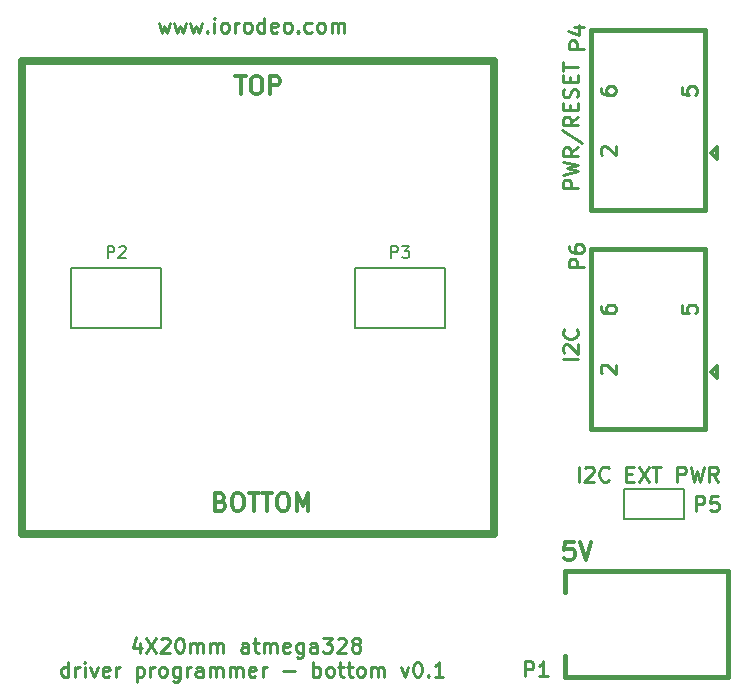
<source format=gto>
G04 (created by PCBNEW (2013-mar-13)-testing) date Tue 12 Nov 2013 05:41:53 PM PST*
%MOIN*%
G04 Gerber Fmt 3.4, Leading zero omitted, Abs format*
%FSLAX34Y34*%
G01*
G70*
G90*
G04 APERTURE LIST*
%ADD10C,0.005906*%
%ADD11C,0.010000*%
%ADD12C,0.011811*%
%ADD13C,0.027559*%
%ADD14C,0.015000*%
%ADD15C,0.008000*%
%ADD16C,0.006000*%
G04 APERTURE END LIST*
G54D10*
G54D11*
X24243Y-18396D02*
X24338Y-18730D01*
X24433Y-18492D01*
X24528Y-18730D01*
X24624Y-18396D01*
X24766Y-18396D02*
X24862Y-18730D01*
X24957Y-18492D01*
X25052Y-18730D01*
X25147Y-18396D01*
X25290Y-18396D02*
X25386Y-18730D01*
X25481Y-18492D01*
X25576Y-18730D01*
X25671Y-18396D01*
X25862Y-18682D02*
X25886Y-18706D01*
X25862Y-18730D01*
X25838Y-18706D01*
X25862Y-18682D01*
X25862Y-18730D01*
X26100Y-18730D02*
X26100Y-18396D01*
X26100Y-18230D02*
X26076Y-18253D01*
X26100Y-18277D01*
X26124Y-18253D01*
X26100Y-18230D01*
X26100Y-18277D01*
X26409Y-18730D02*
X26362Y-18706D01*
X26338Y-18682D01*
X26314Y-18634D01*
X26314Y-18492D01*
X26338Y-18444D01*
X26362Y-18420D01*
X26409Y-18396D01*
X26481Y-18396D01*
X26528Y-18420D01*
X26552Y-18444D01*
X26576Y-18492D01*
X26576Y-18634D01*
X26552Y-18682D01*
X26528Y-18706D01*
X26481Y-18730D01*
X26409Y-18730D01*
X26790Y-18730D02*
X26790Y-18396D01*
X26790Y-18492D02*
X26814Y-18444D01*
X26838Y-18420D01*
X26886Y-18396D01*
X26933Y-18396D01*
X27171Y-18730D02*
X27124Y-18706D01*
X27100Y-18682D01*
X27076Y-18634D01*
X27076Y-18492D01*
X27100Y-18444D01*
X27124Y-18420D01*
X27171Y-18396D01*
X27243Y-18396D01*
X27290Y-18420D01*
X27314Y-18444D01*
X27338Y-18492D01*
X27338Y-18634D01*
X27314Y-18682D01*
X27290Y-18706D01*
X27243Y-18730D01*
X27171Y-18730D01*
X27766Y-18730D02*
X27766Y-18230D01*
X27766Y-18706D02*
X27719Y-18730D01*
X27624Y-18730D01*
X27576Y-18706D01*
X27552Y-18682D01*
X27528Y-18634D01*
X27528Y-18492D01*
X27552Y-18444D01*
X27576Y-18420D01*
X27624Y-18396D01*
X27719Y-18396D01*
X27766Y-18420D01*
X28195Y-18706D02*
X28147Y-18730D01*
X28052Y-18730D01*
X28005Y-18706D01*
X27981Y-18658D01*
X27981Y-18468D01*
X28005Y-18420D01*
X28052Y-18396D01*
X28147Y-18396D01*
X28195Y-18420D01*
X28219Y-18468D01*
X28219Y-18515D01*
X27981Y-18563D01*
X28505Y-18730D02*
X28457Y-18706D01*
X28433Y-18682D01*
X28409Y-18634D01*
X28409Y-18492D01*
X28433Y-18444D01*
X28457Y-18420D01*
X28505Y-18396D01*
X28576Y-18396D01*
X28624Y-18420D01*
X28647Y-18444D01*
X28671Y-18492D01*
X28671Y-18634D01*
X28647Y-18682D01*
X28624Y-18706D01*
X28576Y-18730D01*
X28505Y-18730D01*
X28886Y-18682D02*
X28909Y-18706D01*
X28886Y-18730D01*
X28862Y-18706D01*
X28886Y-18682D01*
X28886Y-18730D01*
X29338Y-18706D02*
X29290Y-18730D01*
X29195Y-18730D01*
X29147Y-18706D01*
X29124Y-18682D01*
X29100Y-18634D01*
X29100Y-18492D01*
X29124Y-18444D01*
X29147Y-18420D01*
X29195Y-18396D01*
X29290Y-18396D01*
X29338Y-18420D01*
X29624Y-18730D02*
X29576Y-18706D01*
X29552Y-18682D01*
X29528Y-18634D01*
X29528Y-18492D01*
X29552Y-18444D01*
X29576Y-18420D01*
X29624Y-18396D01*
X29695Y-18396D01*
X29743Y-18420D01*
X29766Y-18444D01*
X29790Y-18492D01*
X29790Y-18634D01*
X29766Y-18682D01*
X29743Y-18706D01*
X29695Y-18730D01*
X29624Y-18730D01*
X30005Y-18730D02*
X30005Y-18396D01*
X30005Y-18444D02*
X30028Y-18420D01*
X30076Y-18396D01*
X30147Y-18396D01*
X30195Y-18420D01*
X30219Y-18468D01*
X30219Y-18730D01*
X30219Y-18468D02*
X30243Y-18420D01*
X30290Y-18396D01*
X30362Y-18396D01*
X30409Y-18420D01*
X30433Y-18468D01*
X30433Y-18730D01*
X23612Y-39066D02*
X23612Y-39399D01*
X23493Y-38875D02*
X23374Y-39232D01*
X23683Y-39232D01*
X23826Y-38899D02*
X24159Y-39399D01*
X24159Y-38899D02*
X23826Y-39399D01*
X24326Y-38947D02*
X24350Y-38923D01*
X24397Y-38899D01*
X24516Y-38899D01*
X24564Y-38923D01*
X24588Y-38947D01*
X24612Y-38994D01*
X24612Y-39042D01*
X24588Y-39113D01*
X24302Y-39399D01*
X24612Y-39399D01*
X24921Y-38899D02*
X24969Y-38899D01*
X25016Y-38923D01*
X25040Y-38947D01*
X25064Y-38994D01*
X25088Y-39089D01*
X25088Y-39208D01*
X25064Y-39304D01*
X25040Y-39351D01*
X25016Y-39375D01*
X24969Y-39399D01*
X24921Y-39399D01*
X24874Y-39375D01*
X24850Y-39351D01*
X24826Y-39304D01*
X24802Y-39208D01*
X24802Y-39089D01*
X24826Y-38994D01*
X24850Y-38947D01*
X24874Y-38923D01*
X24921Y-38899D01*
X25302Y-39399D02*
X25302Y-39066D01*
X25302Y-39113D02*
X25326Y-39089D01*
X25374Y-39066D01*
X25445Y-39066D01*
X25493Y-39089D01*
X25516Y-39137D01*
X25516Y-39399D01*
X25516Y-39137D02*
X25540Y-39089D01*
X25588Y-39066D01*
X25659Y-39066D01*
X25707Y-39089D01*
X25731Y-39137D01*
X25731Y-39399D01*
X25969Y-39399D02*
X25969Y-39066D01*
X25969Y-39113D02*
X25993Y-39089D01*
X26040Y-39066D01*
X26112Y-39066D01*
X26159Y-39089D01*
X26183Y-39137D01*
X26183Y-39399D01*
X26183Y-39137D02*
X26207Y-39089D01*
X26255Y-39066D01*
X26326Y-39066D01*
X26374Y-39089D01*
X26397Y-39137D01*
X26397Y-39399D01*
X27231Y-39399D02*
X27231Y-39137D01*
X27207Y-39089D01*
X27159Y-39066D01*
X27064Y-39066D01*
X27016Y-39089D01*
X27231Y-39375D02*
X27183Y-39399D01*
X27064Y-39399D01*
X27016Y-39375D01*
X26993Y-39327D01*
X26993Y-39280D01*
X27016Y-39232D01*
X27064Y-39208D01*
X27183Y-39208D01*
X27231Y-39185D01*
X27397Y-39066D02*
X27588Y-39066D01*
X27469Y-38899D02*
X27469Y-39327D01*
X27493Y-39375D01*
X27540Y-39399D01*
X27588Y-39399D01*
X27755Y-39399D02*
X27755Y-39066D01*
X27755Y-39113D02*
X27778Y-39089D01*
X27826Y-39066D01*
X27897Y-39066D01*
X27945Y-39089D01*
X27969Y-39137D01*
X27969Y-39399D01*
X27969Y-39137D02*
X27993Y-39089D01*
X28040Y-39066D01*
X28112Y-39066D01*
X28159Y-39089D01*
X28183Y-39137D01*
X28183Y-39399D01*
X28612Y-39375D02*
X28564Y-39399D01*
X28469Y-39399D01*
X28421Y-39375D01*
X28397Y-39327D01*
X28397Y-39137D01*
X28421Y-39089D01*
X28469Y-39066D01*
X28564Y-39066D01*
X28612Y-39089D01*
X28636Y-39137D01*
X28636Y-39185D01*
X28397Y-39232D01*
X29064Y-39066D02*
X29064Y-39470D01*
X29040Y-39518D01*
X29016Y-39542D01*
X28969Y-39566D01*
X28897Y-39566D01*
X28850Y-39542D01*
X29064Y-39375D02*
X29016Y-39399D01*
X28921Y-39399D01*
X28874Y-39375D01*
X28850Y-39351D01*
X28826Y-39304D01*
X28826Y-39161D01*
X28850Y-39113D01*
X28874Y-39089D01*
X28921Y-39066D01*
X29016Y-39066D01*
X29064Y-39089D01*
X29516Y-39399D02*
X29516Y-39137D01*
X29493Y-39089D01*
X29445Y-39066D01*
X29350Y-39066D01*
X29302Y-39089D01*
X29516Y-39375D02*
X29469Y-39399D01*
X29350Y-39399D01*
X29302Y-39375D01*
X29278Y-39327D01*
X29278Y-39280D01*
X29302Y-39232D01*
X29350Y-39208D01*
X29469Y-39208D01*
X29516Y-39185D01*
X29707Y-38899D02*
X30016Y-38899D01*
X29850Y-39089D01*
X29921Y-39089D01*
X29969Y-39113D01*
X29993Y-39137D01*
X30016Y-39185D01*
X30016Y-39304D01*
X29993Y-39351D01*
X29969Y-39375D01*
X29921Y-39399D01*
X29778Y-39399D01*
X29731Y-39375D01*
X29707Y-39351D01*
X30207Y-38947D02*
X30231Y-38923D01*
X30278Y-38899D01*
X30397Y-38899D01*
X30445Y-38923D01*
X30469Y-38947D01*
X30493Y-38994D01*
X30493Y-39042D01*
X30469Y-39113D01*
X30183Y-39399D01*
X30493Y-39399D01*
X30778Y-39113D02*
X30731Y-39089D01*
X30707Y-39066D01*
X30683Y-39018D01*
X30683Y-38994D01*
X30707Y-38947D01*
X30731Y-38923D01*
X30778Y-38899D01*
X30874Y-38899D01*
X30921Y-38923D01*
X30945Y-38947D01*
X30969Y-38994D01*
X30969Y-39018D01*
X30945Y-39066D01*
X30921Y-39089D01*
X30874Y-39113D01*
X30778Y-39113D01*
X30731Y-39137D01*
X30707Y-39161D01*
X30683Y-39208D01*
X30683Y-39304D01*
X30707Y-39351D01*
X30731Y-39375D01*
X30778Y-39399D01*
X30874Y-39399D01*
X30921Y-39375D01*
X30945Y-39351D01*
X30969Y-39304D01*
X30969Y-39208D01*
X30945Y-39161D01*
X30921Y-39137D01*
X30874Y-39113D01*
X21231Y-40199D02*
X21231Y-39699D01*
X21231Y-40175D02*
X21183Y-40199D01*
X21088Y-40199D01*
X21040Y-40175D01*
X21016Y-40151D01*
X20993Y-40104D01*
X20993Y-39961D01*
X21016Y-39913D01*
X21040Y-39889D01*
X21088Y-39866D01*
X21183Y-39866D01*
X21231Y-39889D01*
X21469Y-40199D02*
X21469Y-39866D01*
X21469Y-39961D02*
X21493Y-39913D01*
X21516Y-39889D01*
X21564Y-39866D01*
X21612Y-39866D01*
X21778Y-40199D02*
X21778Y-39866D01*
X21778Y-39699D02*
X21755Y-39723D01*
X21778Y-39747D01*
X21802Y-39723D01*
X21778Y-39699D01*
X21778Y-39747D01*
X21969Y-39866D02*
X22088Y-40199D01*
X22207Y-39866D01*
X22588Y-40175D02*
X22540Y-40199D01*
X22445Y-40199D01*
X22397Y-40175D01*
X22374Y-40127D01*
X22374Y-39937D01*
X22397Y-39889D01*
X22445Y-39866D01*
X22540Y-39866D01*
X22588Y-39889D01*
X22612Y-39937D01*
X22612Y-39985D01*
X22374Y-40032D01*
X22826Y-40199D02*
X22826Y-39866D01*
X22826Y-39961D02*
X22850Y-39913D01*
X22874Y-39889D01*
X22921Y-39866D01*
X22969Y-39866D01*
X23516Y-39866D02*
X23516Y-40366D01*
X23516Y-39889D02*
X23564Y-39866D01*
X23659Y-39866D01*
X23707Y-39889D01*
X23731Y-39913D01*
X23755Y-39961D01*
X23755Y-40104D01*
X23731Y-40151D01*
X23707Y-40175D01*
X23659Y-40199D01*
X23564Y-40199D01*
X23516Y-40175D01*
X23969Y-40199D02*
X23969Y-39866D01*
X23969Y-39961D02*
X23993Y-39913D01*
X24016Y-39889D01*
X24064Y-39866D01*
X24112Y-39866D01*
X24350Y-40199D02*
X24302Y-40175D01*
X24278Y-40151D01*
X24255Y-40104D01*
X24255Y-39961D01*
X24278Y-39913D01*
X24302Y-39889D01*
X24350Y-39866D01*
X24421Y-39866D01*
X24469Y-39889D01*
X24493Y-39913D01*
X24516Y-39961D01*
X24516Y-40104D01*
X24493Y-40151D01*
X24469Y-40175D01*
X24421Y-40199D01*
X24350Y-40199D01*
X24945Y-39866D02*
X24945Y-40270D01*
X24921Y-40318D01*
X24897Y-40342D01*
X24850Y-40366D01*
X24778Y-40366D01*
X24731Y-40342D01*
X24945Y-40175D02*
X24897Y-40199D01*
X24802Y-40199D01*
X24755Y-40175D01*
X24731Y-40151D01*
X24707Y-40104D01*
X24707Y-39961D01*
X24731Y-39913D01*
X24755Y-39889D01*
X24802Y-39866D01*
X24897Y-39866D01*
X24945Y-39889D01*
X25183Y-40199D02*
X25183Y-39866D01*
X25183Y-39961D02*
X25207Y-39913D01*
X25231Y-39889D01*
X25278Y-39866D01*
X25326Y-39866D01*
X25707Y-40199D02*
X25707Y-39937D01*
X25683Y-39889D01*
X25636Y-39866D01*
X25540Y-39866D01*
X25493Y-39889D01*
X25707Y-40175D02*
X25659Y-40199D01*
X25540Y-40199D01*
X25493Y-40175D01*
X25469Y-40127D01*
X25469Y-40080D01*
X25493Y-40032D01*
X25540Y-40008D01*
X25659Y-40008D01*
X25707Y-39985D01*
X25945Y-40199D02*
X25945Y-39866D01*
X25945Y-39913D02*
X25969Y-39889D01*
X26016Y-39866D01*
X26088Y-39866D01*
X26136Y-39889D01*
X26159Y-39937D01*
X26159Y-40199D01*
X26159Y-39937D02*
X26183Y-39889D01*
X26231Y-39866D01*
X26302Y-39866D01*
X26350Y-39889D01*
X26374Y-39937D01*
X26374Y-40199D01*
X26612Y-40199D02*
X26612Y-39866D01*
X26612Y-39913D02*
X26636Y-39889D01*
X26683Y-39866D01*
X26755Y-39866D01*
X26802Y-39889D01*
X26826Y-39937D01*
X26826Y-40199D01*
X26826Y-39937D02*
X26850Y-39889D01*
X26897Y-39866D01*
X26969Y-39866D01*
X27016Y-39889D01*
X27040Y-39937D01*
X27040Y-40199D01*
X27469Y-40175D02*
X27421Y-40199D01*
X27326Y-40199D01*
X27278Y-40175D01*
X27255Y-40127D01*
X27255Y-39937D01*
X27278Y-39889D01*
X27326Y-39866D01*
X27421Y-39866D01*
X27469Y-39889D01*
X27493Y-39937D01*
X27493Y-39985D01*
X27255Y-40032D01*
X27707Y-40199D02*
X27707Y-39866D01*
X27707Y-39961D02*
X27731Y-39913D01*
X27755Y-39889D01*
X27802Y-39866D01*
X27850Y-39866D01*
X28397Y-40008D02*
X28778Y-40008D01*
X29397Y-40199D02*
X29397Y-39699D01*
X29397Y-39889D02*
X29445Y-39866D01*
X29540Y-39866D01*
X29588Y-39889D01*
X29612Y-39913D01*
X29636Y-39961D01*
X29636Y-40104D01*
X29612Y-40151D01*
X29588Y-40175D01*
X29540Y-40199D01*
X29445Y-40199D01*
X29397Y-40175D01*
X29921Y-40199D02*
X29874Y-40175D01*
X29850Y-40151D01*
X29826Y-40104D01*
X29826Y-39961D01*
X29850Y-39913D01*
X29874Y-39889D01*
X29921Y-39866D01*
X29993Y-39866D01*
X30040Y-39889D01*
X30064Y-39913D01*
X30088Y-39961D01*
X30088Y-40104D01*
X30064Y-40151D01*
X30040Y-40175D01*
X29993Y-40199D01*
X29921Y-40199D01*
X30231Y-39866D02*
X30421Y-39866D01*
X30302Y-39699D02*
X30302Y-40127D01*
X30326Y-40175D01*
X30374Y-40199D01*
X30421Y-40199D01*
X30516Y-39866D02*
X30707Y-39866D01*
X30588Y-39699D02*
X30588Y-40127D01*
X30612Y-40175D01*
X30659Y-40199D01*
X30707Y-40199D01*
X30945Y-40199D02*
X30897Y-40175D01*
X30874Y-40151D01*
X30850Y-40104D01*
X30850Y-39961D01*
X30874Y-39913D01*
X30897Y-39889D01*
X30945Y-39866D01*
X31016Y-39866D01*
X31064Y-39889D01*
X31088Y-39913D01*
X31112Y-39961D01*
X31112Y-40104D01*
X31088Y-40151D01*
X31064Y-40175D01*
X31016Y-40199D01*
X30945Y-40199D01*
X31326Y-40199D02*
X31326Y-39866D01*
X31326Y-39913D02*
X31350Y-39889D01*
X31397Y-39866D01*
X31469Y-39866D01*
X31516Y-39889D01*
X31540Y-39937D01*
X31540Y-40199D01*
X31540Y-39937D02*
X31564Y-39889D01*
X31612Y-39866D01*
X31683Y-39866D01*
X31731Y-39889D01*
X31755Y-39937D01*
X31755Y-40199D01*
X32326Y-39866D02*
X32445Y-40199D01*
X32564Y-39866D01*
X32850Y-39699D02*
X32897Y-39699D01*
X32945Y-39723D01*
X32969Y-39747D01*
X32993Y-39794D01*
X33016Y-39889D01*
X33016Y-40008D01*
X32993Y-40104D01*
X32969Y-40151D01*
X32945Y-40175D01*
X32897Y-40199D01*
X32850Y-40199D01*
X32802Y-40175D01*
X32778Y-40151D01*
X32755Y-40104D01*
X32731Y-40008D01*
X32731Y-39889D01*
X32755Y-39794D01*
X32778Y-39747D01*
X32802Y-39723D01*
X32850Y-39699D01*
X33231Y-40151D02*
X33255Y-40175D01*
X33231Y-40199D01*
X33207Y-40175D01*
X33231Y-40151D01*
X33231Y-40199D01*
X33731Y-40199D02*
X33445Y-40199D01*
X33588Y-40199D02*
X33588Y-39699D01*
X33540Y-39770D01*
X33493Y-39818D01*
X33445Y-39842D01*
X38218Y-23909D02*
X37718Y-23909D01*
X37718Y-23719D01*
X37742Y-23671D01*
X37765Y-23648D01*
X37813Y-23624D01*
X37884Y-23624D01*
X37932Y-23648D01*
X37956Y-23671D01*
X37980Y-23719D01*
X37980Y-23909D01*
X37718Y-23457D02*
X38218Y-23338D01*
X37861Y-23243D01*
X38218Y-23148D01*
X37718Y-23028D01*
X38218Y-22552D02*
X37980Y-22719D01*
X38218Y-22838D02*
X37718Y-22838D01*
X37718Y-22648D01*
X37742Y-22600D01*
X37765Y-22576D01*
X37813Y-22552D01*
X37884Y-22552D01*
X37932Y-22576D01*
X37956Y-22600D01*
X37980Y-22648D01*
X37980Y-22838D01*
X37694Y-21981D02*
X38337Y-22409D01*
X38218Y-21528D02*
X37980Y-21695D01*
X38218Y-21814D02*
X37718Y-21814D01*
X37718Y-21624D01*
X37742Y-21576D01*
X37765Y-21552D01*
X37813Y-21528D01*
X37884Y-21528D01*
X37932Y-21552D01*
X37956Y-21576D01*
X37980Y-21624D01*
X37980Y-21814D01*
X37956Y-21314D02*
X37956Y-21148D01*
X38218Y-21076D02*
X38218Y-21314D01*
X37718Y-21314D01*
X37718Y-21076D01*
X38194Y-20886D02*
X38218Y-20814D01*
X38218Y-20695D01*
X38194Y-20648D01*
X38170Y-20624D01*
X38123Y-20600D01*
X38075Y-20600D01*
X38027Y-20624D01*
X38004Y-20648D01*
X37980Y-20695D01*
X37956Y-20790D01*
X37932Y-20838D01*
X37908Y-20862D01*
X37861Y-20886D01*
X37813Y-20886D01*
X37765Y-20862D01*
X37742Y-20838D01*
X37718Y-20790D01*
X37718Y-20671D01*
X37742Y-20600D01*
X37956Y-20386D02*
X37956Y-20219D01*
X38218Y-20148D02*
X38218Y-20386D01*
X37718Y-20386D01*
X37718Y-20148D01*
X37718Y-20005D02*
X37718Y-19719D01*
X38218Y-19862D02*
X37718Y-19862D01*
X38218Y-29621D02*
X37718Y-29621D01*
X37765Y-29407D02*
X37742Y-29383D01*
X37718Y-29336D01*
X37718Y-29217D01*
X37742Y-29169D01*
X37765Y-29145D01*
X37813Y-29121D01*
X37861Y-29121D01*
X37932Y-29145D01*
X38218Y-29431D01*
X38218Y-29121D01*
X38170Y-28621D02*
X38194Y-28645D01*
X38218Y-28717D01*
X38218Y-28764D01*
X38194Y-28836D01*
X38146Y-28883D01*
X38099Y-28907D01*
X38004Y-28931D01*
X37932Y-28931D01*
X37837Y-28907D01*
X37789Y-28883D01*
X37742Y-28836D01*
X37718Y-28764D01*
X37718Y-28717D01*
X37742Y-28645D01*
X37765Y-28621D01*
X38241Y-33690D02*
X38241Y-33190D01*
X38455Y-33238D02*
X38479Y-33214D01*
X38527Y-33190D01*
X38646Y-33190D01*
X38694Y-33214D01*
X38717Y-33238D01*
X38741Y-33285D01*
X38741Y-33333D01*
X38717Y-33405D01*
X38432Y-33690D01*
X38741Y-33690D01*
X39241Y-33643D02*
X39217Y-33666D01*
X39146Y-33690D01*
X39098Y-33690D01*
X39027Y-33666D01*
X38979Y-33619D01*
X38955Y-33571D01*
X38932Y-33476D01*
X38932Y-33405D01*
X38955Y-33309D01*
X38979Y-33262D01*
X39027Y-33214D01*
X39098Y-33190D01*
X39146Y-33190D01*
X39217Y-33214D01*
X39241Y-33238D01*
X39836Y-33428D02*
X40003Y-33428D01*
X40074Y-33690D02*
X39836Y-33690D01*
X39836Y-33190D01*
X40074Y-33190D01*
X40241Y-33190D02*
X40574Y-33690D01*
X40574Y-33190D02*
X40241Y-33690D01*
X40694Y-33190D02*
X40979Y-33190D01*
X40836Y-33690D02*
X40836Y-33190D01*
X41527Y-33690D02*
X41527Y-33190D01*
X41717Y-33190D01*
X41765Y-33214D01*
X41789Y-33238D01*
X41813Y-33285D01*
X41813Y-33357D01*
X41789Y-33405D01*
X41765Y-33428D01*
X41717Y-33452D01*
X41527Y-33452D01*
X41979Y-33190D02*
X42098Y-33690D01*
X42194Y-33333D01*
X42289Y-33690D01*
X42408Y-33190D01*
X42884Y-33690D02*
X42717Y-33452D01*
X42598Y-33690D02*
X42598Y-33190D01*
X42789Y-33190D01*
X42836Y-33214D01*
X42860Y-33238D01*
X42884Y-33285D01*
X42884Y-33357D01*
X42860Y-33405D01*
X42836Y-33428D01*
X42789Y-33452D01*
X42598Y-33452D01*
G54D12*
X38076Y-35700D02*
X37795Y-35700D01*
X37767Y-35981D01*
X37795Y-35953D01*
X37851Y-35925D01*
X37992Y-35925D01*
X38048Y-35953D01*
X38076Y-35981D01*
X38104Y-36037D01*
X38104Y-36178D01*
X38076Y-36234D01*
X38048Y-36262D01*
X37992Y-36290D01*
X37851Y-36290D01*
X37795Y-36262D01*
X37767Y-36234D01*
X38273Y-35700D02*
X38470Y-36290D01*
X38667Y-35700D01*
X26311Y-34357D02*
X26395Y-34385D01*
X26423Y-34414D01*
X26451Y-34470D01*
X26451Y-34554D01*
X26423Y-34610D01*
X26395Y-34639D01*
X26339Y-34667D01*
X26114Y-34667D01*
X26114Y-34076D01*
X26311Y-34076D01*
X26367Y-34104D01*
X26395Y-34132D01*
X26423Y-34189D01*
X26423Y-34245D01*
X26395Y-34301D01*
X26367Y-34329D01*
X26311Y-34357D01*
X26114Y-34357D01*
X26817Y-34076D02*
X26929Y-34076D01*
X26986Y-34104D01*
X27042Y-34160D01*
X27070Y-34273D01*
X27070Y-34470D01*
X27042Y-34582D01*
X26986Y-34639D01*
X26929Y-34667D01*
X26817Y-34667D01*
X26761Y-34639D01*
X26704Y-34582D01*
X26676Y-34470D01*
X26676Y-34273D01*
X26704Y-34160D01*
X26761Y-34104D01*
X26817Y-34076D01*
X27239Y-34076D02*
X27576Y-34076D01*
X27407Y-34667D02*
X27407Y-34076D01*
X27689Y-34076D02*
X28026Y-34076D01*
X27857Y-34667D02*
X27857Y-34076D01*
X28335Y-34076D02*
X28448Y-34076D01*
X28504Y-34104D01*
X28560Y-34160D01*
X28588Y-34273D01*
X28588Y-34470D01*
X28560Y-34582D01*
X28504Y-34639D01*
X28448Y-34667D01*
X28335Y-34667D01*
X28279Y-34639D01*
X28223Y-34582D01*
X28195Y-34470D01*
X28195Y-34273D01*
X28223Y-34160D01*
X28279Y-34104D01*
X28335Y-34076D01*
X28842Y-34667D02*
X28842Y-34076D01*
X29038Y-34498D01*
X29235Y-34076D01*
X29235Y-34667D01*
X26801Y-20176D02*
X27139Y-20176D01*
X26970Y-20767D02*
X26970Y-20176D01*
X27448Y-20176D02*
X27560Y-20176D01*
X27617Y-20204D01*
X27673Y-20260D01*
X27701Y-20373D01*
X27701Y-20570D01*
X27673Y-20682D01*
X27617Y-20739D01*
X27560Y-20767D01*
X27448Y-20767D01*
X27392Y-20739D01*
X27335Y-20682D01*
X27307Y-20570D01*
X27307Y-20373D01*
X27335Y-20260D01*
X27392Y-20204D01*
X27448Y-20176D01*
X27954Y-20767D02*
X27954Y-20176D01*
X28179Y-20176D01*
X28235Y-20204D01*
X28263Y-20232D01*
X28292Y-20289D01*
X28292Y-20373D01*
X28263Y-20429D01*
X28235Y-20457D01*
X28179Y-20485D01*
X27954Y-20485D01*
G54D13*
X35433Y-19685D02*
X35433Y-35433D01*
X19685Y-35433D02*
X35433Y-35433D01*
X19685Y-19685D02*
X19685Y-35433D01*
X19685Y-19685D02*
X35433Y-19685D01*
G54D14*
X37800Y-37387D02*
X37800Y-36678D01*
X37800Y-36678D02*
X43233Y-36678D01*
X43233Y-36678D02*
X43233Y-40182D01*
X43233Y-40182D02*
X43233Y-40222D01*
X43233Y-40222D02*
X37800Y-40222D01*
X37800Y-40222D02*
X37800Y-39513D01*
G54D15*
X24334Y-28559D02*
X21334Y-28559D01*
X21334Y-26559D02*
X24334Y-26559D01*
X24334Y-26559D02*
X24334Y-28559D01*
X21334Y-28559D02*
X21334Y-26559D01*
X33783Y-28559D02*
X30783Y-28559D01*
X30783Y-26559D02*
X33783Y-26559D01*
X33783Y-26559D02*
X33783Y-28559D01*
X30783Y-28559D02*
X30783Y-26559D01*
G54D12*
X42651Y-22753D02*
X42851Y-22953D01*
X42851Y-22953D02*
X42851Y-22553D01*
X42851Y-22553D02*
X42651Y-22753D01*
G54D14*
X42451Y-24653D02*
X42451Y-18653D01*
X38651Y-24653D02*
X38651Y-18653D01*
X38651Y-18653D02*
X42451Y-18653D01*
X42451Y-24653D02*
X38651Y-24653D01*
G54D16*
X39748Y-34948D02*
X39748Y-33948D01*
X39748Y-33948D02*
X41748Y-33948D01*
X41748Y-33948D02*
X41748Y-34948D01*
X41748Y-34948D02*
X39748Y-34948D01*
G54D12*
X42651Y-30037D02*
X42851Y-30237D01*
X42851Y-30237D02*
X42851Y-29837D01*
X42851Y-29837D02*
X42651Y-30037D01*
G54D14*
X42451Y-31937D02*
X42451Y-25937D01*
X38651Y-31937D02*
X38651Y-25937D01*
X38651Y-25937D02*
X42451Y-25937D01*
X42451Y-31937D02*
X38651Y-31937D01*
G54D11*
X36441Y-40186D02*
X36441Y-39686D01*
X36632Y-39686D01*
X36680Y-39710D01*
X36703Y-39734D01*
X36727Y-39782D01*
X36727Y-39853D01*
X36703Y-39901D01*
X36680Y-39924D01*
X36632Y-39948D01*
X36441Y-39948D01*
X37203Y-40186D02*
X36918Y-40186D01*
X37061Y-40186D02*
X37061Y-39686D01*
X37013Y-39758D01*
X36965Y-39805D01*
X36918Y-39829D01*
G54D15*
X22539Y-26240D02*
X22539Y-25840D01*
X22691Y-25840D01*
X22729Y-25859D01*
X22748Y-25878D01*
X22767Y-25916D01*
X22767Y-25973D01*
X22748Y-26011D01*
X22729Y-26030D01*
X22691Y-26049D01*
X22539Y-26049D01*
X22920Y-25878D02*
X22939Y-25859D01*
X22977Y-25840D01*
X23072Y-25840D01*
X23110Y-25859D01*
X23129Y-25878D01*
X23148Y-25916D01*
X23148Y-25954D01*
X23129Y-26011D01*
X22901Y-26240D01*
X23148Y-26240D01*
X31988Y-26240D02*
X31988Y-25840D01*
X32140Y-25840D01*
X32178Y-25859D01*
X32197Y-25878D01*
X32216Y-25916D01*
X32216Y-25973D01*
X32197Y-26011D01*
X32178Y-26030D01*
X32140Y-26049D01*
X31988Y-26049D01*
X32350Y-25840D02*
X32597Y-25840D01*
X32464Y-25992D01*
X32521Y-25992D01*
X32559Y-26011D01*
X32578Y-26030D01*
X32597Y-26068D01*
X32597Y-26163D01*
X32578Y-26201D01*
X32559Y-26220D01*
X32521Y-26240D01*
X32407Y-26240D01*
X32369Y-26220D01*
X32350Y-26201D01*
G54D11*
X38415Y-19266D02*
X37915Y-19266D01*
X37915Y-19076D01*
X37938Y-19028D01*
X37962Y-19004D01*
X38010Y-18980D01*
X38081Y-18980D01*
X38129Y-19004D01*
X38153Y-19028D01*
X38177Y-19076D01*
X38177Y-19266D01*
X38081Y-18552D02*
X38415Y-18552D01*
X37891Y-18671D02*
X38248Y-18790D01*
X38248Y-18480D01*
X41677Y-20534D02*
X41677Y-20772D01*
X41915Y-20796D01*
X41891Y-20772D01*
X41867Y-20724D01*
X41867Y-20605D01*
X41891Y-20558D01*
X41915Y-20534D01*
X41963Y-20510D01*
X42082Y-20510D01*
X42129Y-20534D01*
X42153Y-20558D01*
X42177Y-20605D01*
X42177Y-20724D01*
X42153Y-20772D01*
X42129Y-20796D01*
X38977Y-20558D02*
X38977Y-20653D01*
X39001Y-20701D01*
X39024Y-20724D01*
X39096Y-20772D01*
X39191Y-20796D01*
X39382Y-20796D01*
X39429Y-20772D01*
X39453Y-20748D01*
X39477Y-20701D01*
X39477Y-20605D01*
X39453Y-20558D01*
X39429Y-20534D01*
X39382Y-20510D01*
X39263Y-20510D01*
X39215Y-20534D01*
X39191Y-20558D01*
X39167Y-20605D01*
X39167Y-20701D01*
X39191Y-20748D01*
X39215Y-20772D01*
X39263Y-20796D01*
X39024Y-22796D02*
X39001Y-22772D01*
X38977Y-22724D01*
X38977Y-22605D01*
X39001Y-22558D01*
X39024Y-22534D01*
X39072Y-22510D01*
X39120Y-22510D01*
X39191Y-22534D01*
X39477Y-22820D01*
X39477Y-22510D01*
X42150Y-34675D02*
X42150Y-34175D01*
X42341Y-34175D01*
X42388Y-34198D01*
X42412Y-34222D01*
X42436Y-34270D01*
X42436Y-34341D01*
X42412Y-34389D01*
X42388Y-34413D01*
X42341Y-34436D01*
X42150Y-34436D01*
X42888Y-34175D02*
X42650Y-34175D01*
X42626Y-34413D01*
X42650Y-34389D01*
X42698Y-34365D01*
X42817Y-34365D01*
X42864Y-34389D01*
X42888Y-34413D01*
X42912Y-34460D01*
X42912Y-34579D01*
X42888Y-34627D01*
X42864Y-34651D01*
X42817Y-34675D01*
X42698Y-34675D01*
X42650Y-34651D01*
X42626Y-34627D01*
X38415Y-26550D02*
X37915Y-26550D01*
X37915Y-26359D01*
X37938Y-26312D01*
X37962Y-26288D01*
X38010Y-26264D01*
X38081Y-26264D01*
X38129Y-26288D01*
X38153Y-26312D01*
X38177Y-26359D01*
X38177Y-26550D01*
X37915Y-25835D02*
X37915Y-25931D01*
X37938Y-25978D01*
X37962Y-26002D01*
X38034Y-26050D01*
X38129Y-26073D01*
X38319Y-26073D01*
X38367Y-26050D01*
X38391Y-26026D01*
X38415Y-25978D01*
X38415Y-25883D01*
X38391Y-25835D01*
X38367Y-25812D01*
X38319Y-25788D01*
X38200Y-25788D01*
X38153Y-25812D01*
X38129Y-25835D01*
X38105Y-25883D01*
X38105Y-25978D01*
X38129Y-26026D01*
X38153Y-26050D01*
X38200Y-26073D01*
X41677Y-27817D02*
X41677Y-28056D01*
X41915Y-28079D01*
X41891Y-28056D01*
X41867Y-28008D01*
X41867Y-27889D01*
X41891Y-27841D01*
X41915Y-27817D01*
X41963Y-27794D01*
X42082Y-27794D01*
X42129Y-27817D01*
X42153Y-27841D01*
X42177Y-27889D01*
X42177Y-28008D01*
X42153Y-28056D01*
X42129Y-28079D01*
X38977Y-27841D02*
X38977Y-27937D01*
X39001Y-27984D01*
X39024Y-28008D01*
X39096Y-28056D01*
X39191Y-28079D01*
X39382Y-28079D01*
X39429Y-28056D01*
X39453Y-28032D01*
X39477Y-27984D01*
X39477Y-27889D01*
X39453Y-27841D01*
X39429Y-27817D01*
X39382Y-27794D01*
X39263Y-27794D01*
X39215Y-27817D01*
X39191Y-27841D01*
X39167Y-27889D01*
X39167Y-27984D01*
X39191Y-28032D01*
X39215Y-28056D01*
X39263Y-28079D01*
X39024Y-30079D02*
X39001Y-30056D01*
X38977Y-30008D01*
X38977Y-29889D01*
X39001Y-29841D01*
X39024Y-29817D01*
X39072Y-29794D01*
X39120Y-29794D01*
X39191Y-29817D01*
X39477Y-30103D01*
X39477Y-29794D01*
M02*

</source>
